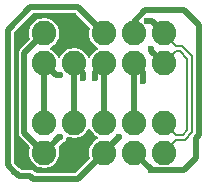
<source format=gbr>
%TF.GenerationSoftware,KiCad,Pcbnew,9.0.2*%
%TF.CreationDate,2025-06-04T11:35:36-05:00*%
%TF.ProjectId,QuiverAttachPCB,51756976-6572-4417-9474-616368504342,rev?*%
%TF.SameCoordinates,Original*%
%TF.FileFunction,Copper,L1,Top*%
%TF.FilePolarity,Positive*%
%FSLAX46Y46*%
G04 Gerber Fmt 4.6, Leading zero omitted, Abs format (unit mm)*
G04 Created by KiCad (PCBNEW 9.0.2) date 2025-06-04 11:35:36*
%MOMM*%
%LPD*%
G01*
G04 APERTURE LIST*
%TA.AperFunction,SMDPad,CuDef*%
%ADD10C,2.080000*%
%TD*%
%TA.AperFunction,ViaPad*%
%ADD11C,0.600000*%
%TD*%
%TA.AperFunction,ViaPad*%
%ADD12C,0.900000*%
%TD*%
%TA.AperFunction,Conductor*%
%ADD13C,0.500000*%
%TD*%
%TA.AperFunction,Conductor*%
%ADD14C,0.200000*%
%TD*%
G04 APERTURE END LIST*
D10*
%TO.P,J2,1,1*%
%TO.N,ETH_RX+*%
X105170000Y-135500000D03*
%TO.P,J2,2,2*%
%TO.N,12VSW*%
X105170000Y-138040000D03*
%TO.P,J2,3,3*%
%TO.N,ETH_RX-*%
X107710000Y-135500000D03*
%TO.P,J2,4,4*%
%TO.N,GND*%
X107710000Y-138040000D03*
%TO.P,J2,5,5*%
%TO.N,ETH_TX+*%
X110250000Y-135500000D03*
%TO.P,J2,6,6*%
%TO.N,+12V*%
X110250000Y-138040000D03*
%TO.P,J2,7,7*%
%TO.N,ETH_TX-*%
X112790000Y-135500000D03*
%TO.P,J2,8,8*%
%TO.N,FMU_CH1*%
X112790000Y-138040000D03*
%TO.P,J2,9,9*%
%TO.N,CAN1_P*%
X115330000Y-135500000D03*
%TO.P,J2,10,10*%
%TO.N,CAN1_N*%
X115330000Y-138040000D03*
%TD*%
%TO.P,J3,1,1*%
%TO.N,ETH_RX+*%
X105170000Y-130500000D03*
%TO.P,J3,2,2*%
%TO.N,12VSW*%
X105170000Y-127960000D03*
%TO.P,J3,3,3*%
%TO.N,ETH_RX-*%
X107710000Y-130500000D03*
%TO.P,J3,4,4*%
%TO.N,GND*%
X107710000Y-127960000D03*
%TO.P,J3,5,5*%
%TO.N,ETH_TX+*%
X110250000Y-130500000D03*
%TO.P,J3,6,6*%
%TO.N,+12V*%
X110250000Y-127960000D03*
%TO.P,J3,7,7*%
%TO.N,ETH_TX-*%
X112790000Y-130500000D03*
%TO.P,J3,8,8*%
%TO.N,FMU_CH1*%
X112790000Y-127960000D03*
%TO.P,J3,9,9*%
%TO.N,CAN1_P*%
X115330000Y-130500000D03*
%TO.P,J3,10,10*%
%TO.N,CAN1_N*%
X115330000Y-127960000D03*
%TD*%
D11*
%TO.N,FMU_CH1*%
X114250000Y-139500000D03*
%TO.N,+12V*%
X111500000Y-136750000D03*
%TO.N,GND*%
X108750000Y-137000000D03*
D12*
X103000000Y-138000000D03*
D11*
%TO.N,ETH_TX+*%
X109500000Y-131750000D03*
%TO.N,12VSW*%
X106500000Y-136750000D03*
%TO.N,ETH_TX-*%
X113500000Y-132000000D03*
%TO.N,ETH_RX+*%
X106500000Y-131500000D03*
%TO.N,ETH_RX-*%
X108500000Y-131750000D03*
%TO.N,CAN1_N*%
X113909277Y-126901385D03*
%TO.N,CAN1_P*%
X114250000Y-129250000D03*
%TD*%
D13*
%TO.N,+12V*%
X110250000Y-138040000D02*
X108040000Y-140250000D01*
X102099000Y-127651000D02*
X104000000Y-125750000D01*
X103000000Y-140000000D02*
X102750000Y-139750000D01*
X104000000Y-125750000D02*
X108040000Y-125750000D01*
X108040000Y-140250000D02*
X104250000Y-140250000D01*
X102750000Y-139750000D02*
X102720777Y-139750000D01*
X104000000Y-140000000D02*
X103000000Y-140000000D01*
X104250000Y-140250000D02*
X104000000Y-140000000D01*
X102720777Y-139750000D02*
X102099000Y-139128223D01*
X102099000Y-139128223D02*
X102099000Y-127651000D01*
X108040000Y-125750000D02*
X110250000Y-127960000D01*
X110250000Y-138040000D02*
X110250000Y-138000000D01*
X110250000Y-138000000D02*
X111500000Y-136750000D01*
%TO.N,ETH_TX+*%
X109500000Y-131250000D02*
X110250000Y-130500000D01*
X109500000Y-131750000D02*
X109500000Y-131250000D01*
X110210000Y-135460000D02*
X110250000Y-135500000D01*
X110250000Y-135500000D02*
X110250000Y-130500000D01*
%TO.N,12VSW*%
X103500000Y-136370000D02*
X103500000Y-129630000D01*
X103500000Y-129630000D02*
X105170000Y-127960000D01*
X106460000Y-136750000D02*
X105170000Y-138040000D01*
X105170000Y-138040000D02*
X103500000Y-136370000D01*
X106500000Y-136750000D02*
X106460000Y-136750000D01*
%TO.N,ETH_TX-*%
X113500000Y-132000000D02*
X113500000Y-131210000D01*
X113500000Y-131210000D02*
X112790000Y-130500000D01*
X112790000Y-130500000D02*
X112790000Y-135500000D01*
%TO.N,FMU_CH1*%
X118000000Y-138500000D02*
X118000000Y-136847430D01*
X117000000Y-126000000D02*
X113750000Y-126000000D01*
X112790000Y-126960000D02*
X112790000Y-127960000D01*
X118249000Y-128274712D02*
X118276000Y-128247712D01*
X118276000Y-129752288D02*
X118249000Y-129725288D01*
X112790000Y-138040000D02*
X114281000Y-139531000D01*
X118276000Y-128247712D02*
X118276000Y-127276000D01*
X118249000Y-129725288D02*
X118249000Y-128274712D01*
X116969000Y-139531000D02*
X118000000Y-138500000D01*
X118000000Y-136847430D02*
X118276000Y-136571430D01*
X113750000Y-126000000D02*
X112790000Y-126960000D01*
X114281000Y-139531000D02*
X116969000Y-139531000D01*
X112250000Y-138580000D02*
X112790000Y-138040000D01*
X118276000Y-127276000D02*
X117000000Y-126000000D01*
X118276000Y-136571430D02*
X118276000Y-129752288D01*
%TO.N,ETH_RX+*%
X105170000Y-135500000D02*
X105170000Y-130500000D01*
X106170000Y-131500000D02*
X105170000Y-130500000D01*
X106500000Y-131500000D02*
X106170000Y-131500000D01*
X105130000Y-135460000D02*
X105170000Y-135500000D01*
%TO.N,ETH_RX-*%
X107710000Y-130500000D02*
X107710000Y-135500000D01*
X108500000Y-131290000D02*
X107710000Y-130500000D01*
X107710000Y-130540000D02*
X107670000Y-130500000D01*
X108500000Y-131750000D02*
X108500000Y-131290000D01*
D14*
%TO.N,CAN1_N*%
X117073197Y-136995001D02*
X116374999Y-136995001D01*
X116374999Y-136995001D02*
X115330000Y-138040000D01*
X115330000Y-127960000D02*
X116374999Y-129004999D01*
D13*
X114271385Y-126901385D02*
X115330000Y-127960000D01*
D14*
X116374999Y-129004999D02*
X116823197Y-129004999D01*
X117725000Y-136343198D02*
X117073197Y-136995001D01*
X116823197Y-129004999D02*
X117725000Y-129906802D01*
D13*
X113909277Y-126901385D02*
X114271385Y-126901385D01*
D14*
X117725000Y-129906802D02*
X117725000Y-136343198D01*
%TO.N,CAN1_P*%
X117275000Y-130093198D02*
X117275000Y-136156802D01*
X115330000Y-130500000D02*
X116374999Y-129455001D01*
X116636803Y-129455001D02*
X117275000Y-130093198D01*
D13*
X114250000Y-129250000D02*
X114250000Y-129420000D01*
D14*
X116374999Y-136544999D02*
X115330000Y-135500000D01*
D13*
X114250000Y-129420000D02*
X115330000Y-130500000D01*
D14*
X117275000Y-136156802D02*
X116886803Y-136544999D01*
X116886803Y-136544999D02*
X116374999Y-136544999D01*
X116374999Y-129455001D02*
X116636803Y-129455001D01*
%TD*%
%TA.AperFunction,Conductor*%
%TO.N,GND*%
G36*
X107848363Y-126270185D02*
G01*
X107869005Y-126286819D01*
X108998539Y-127416353D01*
X109032024Y-127477676D01*
X109028789Y-127542351D01*
X108991277Y-127657803D01*
X108980000Y-127729005D01*
X108959500Y-127858435D01*
X108959500Y-128061565D01*
X108966863Y-128108053D01*
X108991277Y-128262194D01*
X108991277Y-128262197D01*
X109054045Y-128455377D01*
X109085821Y-128517739D01*
X109129630Y-128603720D01*
X109146268Y-128636372D01*
X109265656Y-128800697D01*
X109265660Y-128800702D01*
X109409297Y-128944339D01*
X109409302Y-128944343D01*
X109573631Y-129063734D01*
X109573632Y-129063735D01*
X109683106Y-129119516D01*
X109733902Y-129167490D01*
X109750697Y-129235311D01*
X109728159Y-129301446D01*
X109683106Y-129340484D01*
X109573632Y-129396264D01*
X109573631Y-129396265D01*
X109409302Y-129515656D01*
X109409297Y-129515660D01*
X109265660Y-129659297D01*
X109265656Y-129659302D01*
X109146265Y-129823631D01*
X109146264Y-129823632D01*
X109090484Y-129933106D01*
X109042510Y-129983902D01*
X108974689Y-130000697D01*
X108908554Y-129978159D01*
X108869516Y-129933106D01*
X108813735Y-129823632D01*
X108813734Y-129823631D01*
X108694343Y-129659302D01*
X108694339Y-129659297D01*
X108550702Y-129515660D01*
X108550697Y-129515656D01*
X108386372Y-129396268D01*
X108386371Y-129396267D01*
X108386369Y-129396266D01*
X108241961Y-129322686D01*
X108205377Y-129304045D01*
X108012196Y-129241277D01*
X107861722Y-129217444D01*
X107811565Y-129209500D01*
X107608435Y-129209500D01*
X107541559Y-129220092D01*
X107407805Y-129241277D01*
X107407802Y-129241277D01*
X107214622Y-129304045D01*
X107033627Y-129396268D01*
X106869302Y-129515656D01*
X106869297Y-129515660D01*
X106725660Y-129659297D01*
X106725656Y-129659302D01*
X106606265Y-129823631D01*
X106606264Y-129823632D01*
X106550484Y-129933106D01*
X106502510Y-129983902D01*
X106434689Y-130000697D01*
X106368554Y-129978159D01*
X106329516Y-129933106D01*
X106273735Y-129823632D01*
X106273734Y-129823631D01*
X106154343Y-129659302D01*
X106154339Y-129659297D01*
X106010702Y-129515660D01*
X106010697Y-129515656D01*
X105846372Y-129396268D01*
X105846371Y-129396267D01*
X105846369Y-129396266D01*
X105736892Y-129340484D01*
X105686097Y-129292510D01*
X105669302Y-129224689D01*
X105691840Y-129158554D01*
X105736893Y-129119515D01*
X105739686Y-129118092D01*
X105846369Y-129063734D01*
X106010704Y-128944338D01*
X106154338Y-128800704D01*
X106273734Y-128636369D01*
X106365953Y-128455380D01*
X106393079Y-128371894D01*
X106428722Y-128262197D01*
X106428722Y-128262196D01*
X106428723Y-128262193D01*
X106460500Y-128061565D01*
X106460500Y-127858435D01*
X106428723Y-127657807D01*
X106428722Y-127657803D01*
X106428722Y-127657802D01*
X106365954Y-127464622D01*
X106359464Y-127451885D01*
X106273734Y-127283631D01*
X106220317Y-127210108D01*
X106154343Y-127119302D01*
X106154339Y-127119297D01*
X106010702Y-126975660D01*
X106010697Y-126975656D01*
X105846372Y-126856268D01*
X105846371Y-126856267D01*
X105846369Y-126856266D01*
X105755874Y-126810156D01*
X105665377Y-126764045D01*
X105472196Y-126701277D01*
X105321722Y-126677444D01*
X105271565Y-126669500D01*
X105068435Y-126669500D01*
X105001559Y-126680092D01*
X104867805Y-126701277D01*
X104867802Y-126701277D01*
X104674622Y-126764045D01*
X104493627Y-126856268D01*
X104329302Y-126975656D01*
X104329297Y-126975660D01*
X104185660Y-127119297D01*
X104185656Y-127119302D01*
X104066268Y-127283627D01*
X103974045Y-127464622D01*
X103911277Y-127657802D01*
X103911277Y-127657805D01*
X103911277Y-127657807D01*
X103879500Y-127858435D01*
X103879500Y-128061565D01*
X103886863Y-128108053D01*
X103911277Y-128262194D01*
X103911277Y-128262197D01*
X103948789Y-128377646D01*
X103950784Y-128447487D01*
X103918539Y-128503645D01*
X103192686Y-129229500D01*
X103099502Y-129322683D01*
X103099500Y-129322686D01*
X103033608Y-129436812D01*
X102999500Y-129564108D01*
X102999500Y-136435891D01*
X103033608Y-136563187D01*
X103055506Y-136601114D01*
X103099500Y-136677314D01*
X103099502Y-136677316D01*
X103918539Y-137496353D01*
X103952024Y-137557676D01*
X103948789Y-137622351D01*
X103911277Y-137737803D01*
X103879500Y-137938435D01*
X103879500Y-138141564D01*
X103911277Y-138342194D01*
X103911277Y-138342197D01*
X103974045Y-138535377D01*
X104066268Y-138716372D01*
X104185656Y-138880697D01*
X104185660Y-138880702D01*
X104329297Y-139024339D01*
X104329302Y-139024343D01*
X104472635Y-139128480D01*
X104493631Y-139143734D01*
X104674620Y-139235953D01*
X104674622Y-139235954D01*
X104867803Y-139298722D01*
X104867804Y-139298722D01*
X104867807Y-139298723D01*
X105068435Y-139330500D01*
X105068436Y-139330500D01*
X105271564Y-139330500D01*
X105271565Y-139330500D01*
X105472193Y-139298723D01*
X105472196Y-139298722D01*
X105472197Y-139298722D01*
X105665377Y-139235954D01*
X105665377Y-139235953D01*
X105665380Y-139235953D01*
X105846369Y-139143734D01*
X106010704Y-139024338D01*
X106154338Y-138880704D01*
X106273734Y-138716369D01*
X106365953Y-138535380D01*
X106428723Y-138342193D01*
X106460500Y-138141565D01*
X106460500Y-137938435D01*
X106428723Y-137737807D01*
X106391208Y-137622351D01*
X106389214Y-137552511D01*
X106421457Y-137496355D01*
X106610233Y-137307579D01*
X106665818Y-137275488D01*
X106712485Y-137262984D01*
X106838015Y-137190509D01*
X106940509Y-137088015D01*
X107012984Y-136962485D01*
X107050500Y-136822475D01*
X107050500Y-136813299D01*
X107070185Y-136746260D01*
X107122989Y-136700505D01*
X107192147Y-136690561D01*
X107212818Y-136695368D01*
X107398483Y-136755693D01*
X107407807Y-136758723D01*
X107608435Y-136790500D01*
X107608436Y-136790500D01*
X107811564Y-136790500D01*
X107811565Y-136790500D01*
X108012193Y-136758723D01*
X108012196Y-136758722D01*
X108012197Y-136758722D01*
X108205377Y-136695954D01*
X108205377Y-136695953D01*
X108205380Y-136695953D01*
X108386369Y-136603734D01*
X108550704Y-136484338D01*
X108694338Y-136340704D01*
X108813734Y-136176369D01*
X108869515Y-136066892D01*
X108917490Y-136016097D01*
X108985311Y-135999302D01*
X109051446Y-136021840D01*
X109090484Y-136066892D01*
X109139294Y-136162686D01*
X109146268Y-136176372D01*
X109265656Y-136340697D01*
X109265660Y-136340702D01*
X109409297Y-136484339D01*
X109409302Y-136484343D01*
X109573631Y-136603734D01*
X109573632Y-136603735D01*
X109683106Y-136659516D01*
X109733902Y-136707490D01*
X109750697Y-136775311D01*
X109728159Y-136841446D01*
X109683106Y-136880484D01*
X109573632Y-136936264D01*
X109573631Y-136936265D01*
X109409302Y-137055656D01*
X109409297Y-137055660D01*
X109265660Y-137199297D01*
X109265656Y-137199302D01*
X109146268Y-137363627D01*
X109054045Y-137544622D01*
X108991277Y-137737802D01*
X108991277Y-137737805D01*
X108959500Y-137938435D01*
X108959500Y-138141564D01*
X108991277Y-138342194D01*
X108991277Y-138342197D01*
X109028789Y-138457646D01*
X109030784Y-138527487D01*
X108998539Y-138583645D01*
X107869005Y-139713181D01*
X107807682Y-139746666D01*
X107781324Y-139749500D01*
X104508676Y-139749500D01*
X104441637Y-139729815D01*
X104420995Y-139713181D01*
X104307316Y-139599502D01*
X104307314Y-139599500D01*
X104250250Y-139566554D01*
X104193187Y-139533608D01*
X104129539Y-139516554D01*
X104065892Y-139499500D01*
X104065891Y-139499500D01*
X103258676Y-139499500D01*
X103191637Y-139479815D01*
X103170995Y-139463181D01*
X103057316Y-139349502D01*
X103057314Y-139349500D01*
X103002308Y-139317742D01*
X102976627Y-139298036D01*
X102635819Y-138957228D01*
X102602334Y-138895905D01*
X102599500Y-138869547D01*
X102599500Y-127909676D01*
X102619185Y-127842637D01*
X102635819Y-127821995D01*
X104170995Y-126286819D01*
X104232318Y-126253334D01*
X104258676Y-126250500D01*
X107781324Y-126250500D01*
X107848363Y-126270185D01*
G37*
%TD.AperFunction*%
%TD*%
M02*

</source>
